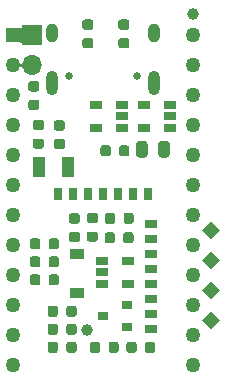
<source format=gbr>
G04 #@! TF.GenerationSoftware,KiCad,Pcbnew,(5.1.9)-1*
G04 #@! TF.CreationDate,2021-01-24T00:06:14-06:00*
G04 #@! TF.ProjectId,BlueMicro840,426c7565-4d69-4637-926f-3834302e6b69,rev?*
G04 #@! TF.SameCoordinates,Original*
G04 #@! TF.FileFunction,Soldermask,Top*
G04 #@! TF.FilePolarity,Negative*
%FSLAX46Y46*%
G04 Gerber Fmt 4.6, Leading zero omitted, Abs format (unit mm)*
G04 Created by KiCad (PCBNEW (5.1.9)-1) date 2021-01-24 00:06:14*
%MOMM*%
%LPD*%
G01*
G04 APERTURE LIST*
%ADD10R,1.000000X0.650000*%
%ADD11R,0.650000X1.000000*%
%ADD12R,1.000000X1.800000*%
%ADD13R,1.060000X0.650000*%
%ADD14R,1.200000X0.900000*%
%ADD15R,0.900000X0.800000*%
%ADD16C,1.000000*%
%ADD17C,1.270000*%
%ADD18R,1.250000X1.250000*%
%ADD19C,0.100000*%
%ADD20O,1.000000X1.600000*%
%ADD21O,1.000000X2.100000*%
%ADD22C,0.650000*%
%ADD23R,1.700000X1.700000*%
%ADD24O,1.700000X1.700000*%
G04 APERTURE END LIST*
D10*
X107842533Y-128354775D03*
X107842533Y-129624775D03*
X107842533Y-130894775D03*
X107842533Y-132164775D03*
X107842533Y-133434775D03*
X107842533Y-134704775D03*
X107842533Y-135974775D03*
X107842533Y-137244775D03*
D11*
X101238533Y-125814775D03*
X99968533Y-125814775D03*
X105048533Y-125814775D03*
X102508533Y-125814775D03*
X106318533Y-125814775D03*
X107588533Y-125814775D03*
X103778533Y-125814775D03*
G36*
G01*
X101572033Y-138512525D02*
X101572033Y-139025025D01*
G75*
G02*
X101353283Y-139243775I-218750J0D01*
G01*
X100915783Y-139243775D01*
G75*
G02*
X100697033Y-139025025I0J218750D01*
G01*
X100697033Y-138512525D01*
G75*
G02*
X100915783Y-138293775I218750J0D01*
G01*
X101353283Y-138293775D01*
G75*
G02*
X101572033Y-138512525I0J-218750D01*
G01*
G37*
G36*
G01*
X99997033Y-138512525D02*
X99997033Y-139025025D01*
G75*
G02*
X99778283Y-139243775I-218750J0D01*
G01*
X99340783Y-139243775D01*
G75*
G02*
X99122033Y-139025025I0J218750D01*
G01*
X99122033Y-138512525D01*
G75*
G02*
X99340783Y-138293775I218750J0D01*
G01*
X99778283Y-138293775D01*
G75*
G02*
X99997033Y-138512525I0J-218750D01*
G01*
G37*
G36*
G01*
X103973533Y-128103025D02*
X103973533Y-127590525D01*
G75*
G02*
X104192283Y-127371775I218750J0D01*
G01*
X104629783Y-127371775D01*
G75*
G02*
X104848533Y-127590525I0J-218750D01*
G01*
X104848533Y-128103025D01*
G75*
G02*
X104629783Y-128321775I-218750J0D01*
G01*
X104192283Y-128321775D01*
G75*
G02*
X103973533Y-128103025I0J218750D01*
G01*
G37*
G36*
G01*
X105548533Y-128103025D02*
X105548533Y-127590525D01*
G75*
G02*
X105767283Y-127371775I218750J0D01*
G01*
X106204783Y-127371775D01*
G75*
G02*
X106423533Y-127590525I0J-218750D01*
G01*
X106423533Y-128103025D01*
G75*
G02*
X106204783Y-128321775I-218750J0D01*
G01*
X105767283Y-128321775D01*
G75*
G02*
X105548533Y-128103025I0J218750D01*
G01*
G37*
D12*
X98360533Y-123528775D03*
X100860533Y-123528775D03*
D13*
X107273533Y-120160775D03*
X107273533Y-118260775D03*
X109473533Y-118260775D03*
X109473533Y-119210775D03*
X109473533Y-120160775D03*
X103717533Y-131468775D03*
X103717533Y-132418775D03*
X103717533Y-133368775D03*
X105917533Y-133368775D03*
X105917533Y-131468775D03*
G36*
G01*
X105777034Y-139025025D02*
X105777034Y-138512525D01*
G75*
G02*
X105995784Y-138293775I218750J0D01*
G01*
X106433284Y-138293775D01*
G75*
G02*
X106652034Y-138512525I0J-218750D01*
G01*
X106652034Y-139025025D01*
G75*
G02*
X106433284Y-139243775I-218750J0D01*
G01*
X105995784Y-139243775D01*
G75*
G02*
X105777034Y-139025025I0J218750D01*
G01*
G37*
G36*
G01*
X107352034Y-139025025D02*
X107352034Y-138512525D01*
G75*
G02*
X107570784Y-138293775I218750J0D01*
G01*
X108008284Y-138293775D01*
G75*
G02*
X108227034Y-138512525I0J-218750D01*
G01*
X108227034Y-139025025D01*
G75*
G02*
X108008284Y-139243775I-218750J0D01*
G01*
X107570784Y-139243775D01*
G75*
G02*
X107352034Y-139025025I0J218750D01*
G01*
G37*
G36*
G01*
X98596783Y-121959775D02*
X98084283Y-121959775D01*
G75*
G02*
X97865533Y-121741025I0J218750D01*
G01*
X97865533Y-121303525D01*
G75*
G02*
X98084283Y-121084775I218750J0D01*
G01*
X98596783Y-121084775D01*
G75*
G02*
X98815533Y-121303525I0J-218750D01*
G01*
X98815533Y-121741025D01*
G75*
G02*
X98596783Y-121959775I-218750J0D01*
G01*
G37*
G36*
G01*
X98596783Y-120384775D02*
X98084283Y-120384775D01*
G75*
G02*
X97865533Y-120166025I0J218750D01*
G01*
X97865533Y-119728525D01*
G75*
G02*
X98084283Y-119509775I218750J0D01*
G01*
X98596783Y-119509775D01*
G75*
G02*
X98815533Y-119728525I0J-218750D01*
G01*
X98815533Y-120166025D01*
G75*
G02*
X98596783Y-120384775I-218750J0D01*
G01*
G37*
G36*
G01*
X99862283Y-119535276D02*
X100374783Y-119535276D01*
G75*
G02*
X100593533Y-119754026I0J-218750D01*
G01*
X100593533Y-120191526D01*
G75*
G02*
X100374783Y-120410276I-218750J0D01*
G01*
X99862283Y-120410276D01*
G75*
G02*
X99643533Y-120191526I0J218750D01*
G01*
X99643533Y-119754026D01*
G75*
G02*
X99862283Y-119535276I218750J0D01*
G01*
G37*
G36*
G01*
X99862283Y-121110276D02*
X100374783Y-121110276D01*
G75*
G02*
X100593533Y-121329026I0J-218750D01*
G01*
X100593533Y-121766526D01*
G75*
G02*
X100374783Y-121985276I-218750J0D01*
G01*
X99862283Y-121985276D01*
G75*
G02*
X99643533Y-121766526I0J218750D01*
G01*
X99643533Y-121329026D01*
G75*
G02*
X99862283Y-121110276I218750J0D01*
G01*
G37*
G36*
G01*
X97703283Y-116233275D02*
X98215783Y-116233275D01*
G75*
G02*
X98434533Y-116452025I0J-218750D01*
G01*
X98434533Y-116889525D01*
G75*
G02*
X98215783Y-117108275I-218750J0D01*
G01*
X97703283Y-117108275D01*
G75*
G02*
X97484533Y-116889525I0J218750D01*
G01*
X97484533Y-116452025D01*
G75*
G02*
X97703283Y-116233275I218750J0D01*
G01*
G37*
G36*
G01*
X97703283Y-117808275D02*
X98215783Y-117808275D01*
G75*
G02*
X98434533Y-118027025I0J-218750D01*
G01*
X98434533Y-118464525D01*
G75*
G02*
X98215783Y-118683275I-218750J0D01*
G01*
X97703283Y-118683275D01*
G75*
G02*
X97484533Y-118464525I0J218750D01*
G01*
X97484533Y-118027025D01*
G75*
G02*
X97703283Y-117808275I218750J0D01*
G01*
G37*
G36*
G01*
X99997033Y-135464525D02*
X99997033Y-135977025D01*
G75*
G02*
X99778283Y-136195775I-218750J0D01*
G01*
X99340783Y-136195775D01*
G75*
G02*
X99122033Y-135977025I0J218750D01*
G01*
X99122033Y-135464525D01*
G75*
G02*
X99340783Y-135245775I218750J0D01*
G01*
X99778283Y-135245775D01*
G75*
G02*
X99997033Y-135464525I0J-218750D01*
G01*
G37*
G36*
G01*
X101572033Y-135464525D02*
X101572033Y-135977025D01*
G75*
G02*
X101353283Y-136195775I-218750J0D01*
G01*
X100915783Y-136195775D01*
G75*
G02*
X100697033Y-135977025I0J218750D01*
G01*
X100697033Y-135464525D01*
G75*
G02*
X100915783Y-135245775I218750J0D01*
G01*
X101353283Y-135245775D01*
G75*
G02*
X101572033Y-135464525I0J-218750D01*
G01*
G37*
G36*
G01*
X105167533Y-122388025D02*
X105167533Y-121875525D01*
G75*
G02*
X105386283Y-121656775I218750J0D01*
G01*
X105823783Y-121656775D01*
G75*
G02*
X106042533Y-121875525I0J-218750D01*
G01*
X106042533Y-122388025D01*
G75*
G02*
X105823783Y-122606775I-218750J0D01*
G01*
X105386283Y-122606775D01*
G75*
G02*
X105167533Y-122388025I0J218750D01*
G01*
G37*
G36*
G01*
X103592533Y-122388025D02*
X103592533Y-121875525D01*
G75*
G02*
X103811283Y-121656775I218750J0D01*
G01*
X104248783Y-121656775D01*
G75*
G02*
X104467533Y-121875525I0J-218750D01*
G01*
X104467533Y-122388025D01*
G75*
G02*
X104248783Y-122606775I-218750J0D01*
G01*
X103811283Y-122606775D01*
G75*
G02*
X103592533Y-122388025I0J218750D01*
G01*
G37*
G36*
G01*
X99198533Y-131786025D02*
X99198533Y-131273525D01*
G75*
G02*
X99417283Y-131054775I218750J0D01*
G01*
X99854783Y-131054775D01*
G75*
G02*
X100073533Y-131273525I0J-218750D01*
G01*
X100073533Y-131786025D01*
G75*
G02*
X99854783Y-132004775I-218750J0D01*
G01*
X99417283Y-132004775D01*
G75*
G02*
X99198533Y-131786025I0J218750D01*
G01*
G37*
G36*
G01*
X97623533Y-131786025D02*
X97623533Y-131273525D01*
G75*
G02*
X97842283Y-131054775I218750J0D01*
G01*
X98279783Y-131054775D01*
G75*
G02*
X98498533Y-131273525I0J-218750D01*
G01*
X98498533Y-131786025D01*
G75*
G02*
X98279783Y-132004775I-218750J0D01*
G01*
X97842283Y-132004775D01*
G75*
G02*
X97623533Y-131786025I0J218750D01*
G01*
G37*
G36*
G01*
X105523033Y-129754025D02*
X105523033Y-129241525D01*
G75*
G02*
X105741783Y-129022775I218750J0D01*
G01*
X106179283Y-129022775D01*
G75*
G02*
X106398033Y-129241525I0J-218750D01*
G01*
X106398033Y-129754025D01*
G75*
G02*
X106179283Y-129972775I-218750J0D01*
G01*
X105741783Y-129972775D01*
G75*
G02*
X105523033Y-129754025I0J218750D01*
G01*
G37*
G36*
G01*
X103948033Y-129754025D02*
X103948033Y-129241525D01*
G75*
G02*
X104166783Y-129022775I218750J0D01*
G01*
X104604283Y-129022775D01*
G75*
G02*
X104823033Y-129241525I0J-218750D01*
G01*
X104823033Y-129754025D01*
G75*
G02*
X104604283Y-129972775I-218750J0D01*
G01*
X104166783Y-129972775D01*
G75*
G02*
X103948033Y-129754025I0J218750D01*
G01*
G37*
G36*
G01*
X103168783Y-128258775D02*
X102656283Y-128258775D01*
G75*
G02*
X102437533Y-128040025I0J218750D01*
G01*
X102437533Y-127602525D01*
G75*
G02*
X102656283Y-127383775I218750J0D01*
G01*
X103168783Y-127383775D01*
G75*
G02*
X103387533Y-127602525I0J-218750D01*
G01*
X103387533Y-128040025D01*
G75*
G02*
X103168783Y-128258775I-218750J0D01*
G01*
G37*
G36*
G01*
X103168783Y-129833775D02*
X102656283Y-129833775D01*
G75*
G02*
X102437533Y-129615025I0J218750D01*
G01*
X102437533Y-129177525D01*
G75*
G02*
X102656283Y-128958775I218750J0D01*
G01*
X103168783Y-128958775D01*
G75*
G02*
X103387533Y-129177525I0J-218750D01*
G01*
X103387533Y-129615025D01*
G75*
G02*
X103168783Y-129833775I-218750J0D01*
G01*
G37*
G36*
G01*
X101644783Y-129859281D02*
X101132283Y-129859281D01*
G75*
G02*
X100913533Y-129640531I0J218750D01*
G01*
X100913533Y-129203031D01*
G75*
G02*
X101132283Y-128984281I218750J0D01*
G01*
X101644783Y-128984281D01*
G75*
G02*
X101863533Y-129203031I0J-218750D01*
G01*
X101863533Y-129640531D01*
G75*
G02*
X101644783Y-129859281I-218750J0D01*
G01*
G37*
G36*
G01*
X101644783Y-128284281D02*
X101132283Y-128284281D01*
G75*
G02*
X100913533Y-128065531I0J218750D01*
G01*
X100913533Y-127628031D01*
G75*
G02*
X101132283Y-127409281I218750J0D01*
G01*
X101644783Y-127409281D01*
G75*
G02*
X101863533Y-127628031I0J-218750D01*
G01*
X101863533Y-128065531D01*
G75*
G02*
X101644783Y-128284281I-218750J0D01*
G01*
G37*
G36*
G01*
X100073533Y-129749525D02*
X100073533Y-130262025D01*
G75*
G02*
X99854783Y-130480775I-218750J0D01*
G01*
X99417283Y-130480775D01*
G75*
G02*
X99198533Y-130262025I0J218750D01*
G01*
X99198533Y-129749525D01*
G75*
G02*
X99417283Y-129530775I218750J0D01*
G01*
X99854783Y-129530775D01*
G75*
G02*
X100073533Y-129749525I0J-218750D01*
G01*
G37*
G36*
G01*
X98498533Y-129749525D02*
X98498533Y-130262025D01*
G75*
G02*
X98279783Y-130480775I-218750J0D01*
G01*
X97842283Y-130480775D01*
G75*
G02*
X97623533Y-130262025I0J218750D01*
G01*
X97623533Y-129749525D01*
G75*
G02*
X97842283Y-129530775I218750J0D01*
G01*
X98279783Y-129530775D01*
G75*
G02*
X98498533Y-129749525I0J-218750D01*
G01*
G37*
G36*
G01*
X99997033Y-136988525D02*
X99997033Y-137501025D01*
G75*
G02*
X99778283Y-137719775I-218750J0D01*
G01*
X99340783Y-137719775D01*
G75*
G02*
X99122033Y-137501025I0J218750D01*
G01*
X99122033Y-136988525D01*
G75*
G02*
X99340783Y-136769775I218750J0D01*
G01*
X99778283Y-136769775D01*
G75*
G02*
X99997033Y-136988525I0J-218750D01*
G01*
G37*
G36*
G01*
X101572033Y-136988525D02*
X101572033Y-137501025D01*
G75*
G02*
X101353283Y-137719775I-218750J0D01*
G01*
X100915783Y-137719775D01*
G75*
G02*
X100697033Y-137501025I0J218750D01*
G01*
X100697033Y-136988525D01*
G75*
G02*
X100915783Y-136769775I218750J0D01*
G01*
X101353283Y-136769775D01*
G75*
G02*
X101572033Y-136988525I0J-218750D01*
G01*
G37*
G36*
G01*
X97623533Y-133310025D02*
X97623533Y-132797525D01*
G75*
G02*
X97842283Y-132578775I218750J0D01*
G01*
X98279783Y-132578775D01*
G75*
G02*
X98498533Y-132797525I0J-218750D01*
G01*
X98498533Y-133310025D01*
G75*
G02*
X98279783Y-133528775I-218750J0D01*
G01*
X97842283Y-133528775D01*
G75*
G02*
X97623533Y-133310025I0J218750D01*
G01*
G37*
G36*
G01*
X99198533Y-133310025D02*
X99198533Y-132797525D01*
G75*
G02*
X99417283Y-132578775I218750J0D01*
G01*
X99854783Y-132578775D01*
G75*
G02*
X100073533Y-132797525I0J-218750D01*
G01*
X100073533Y-133310025D01*
G75*
G02*
X99854783Y-133528775I-218750J0D01*
G01*
X99417283Y-133528775D01*
G75*
G02*
X99198533Y-133310025I0J218750D01*
G01*
G37*
G36*
G01*
X105153533Y-138512525D02*
X105153533Y-139025025D01*
G75*
G02*
X104934783Y-139243775I-218750J0D01*
G01*
X104497283Y-139243775D01*
G75*
G02*
X104278533Y-139025025I0J218750D01*
G01*
X104278533Y-138512525D01*
G75*
G02*
X104497283Y-138293775I218750J0D01*
G01*
X104934783Y-138293775D01*
G75*
G02*
X105153533Y-138512525I0J-218750D01*
G01*
G37*
G36*
G01*
X103578533Y-138512525D02*
X103578533Y-139025025D01*
G75*
G02*
X103359783Y-139243775I-218750J0D01*
G01*
X102922283Y-139243775D01*
G75*
G02*
X102703533Y-139025025I0J218750D01*
G01*
X102703533Y-138512525D01*
G75*
G02*
X102922283Y-138293775I218750J0D01*
G01*
X103359783Y-138293775D01*
G75*
G02*
X103578533Y-138512525I0J-218750D01*
G01*
G37*
D14*
X101642533Y-134196775D03*
X101642533Y-130896775D03*
D15*
X105817533Y-137051775D03*
X105817533Y-135151775D03*
X103817533Y-136101775D03*
D16*
X102461533Y-137312775D03*
X111421533Y-110574775D03*
G36*
G01*
X109466033Y-121548525D02*
X109466033Y-122461025D01*
G75*
G02*
X109222283Y-122704775I-243750J0D01*
G01*
X108734783Y-122704775D01*
G75*
G02*
X108491033Y-122461025I0J243750D01*
G01*
X108491033Y-121548525D01*
G75*
G02*
X108734783Y-121304775I243750J0D01*
G01*
X109222283Y-121304775D01*
G75*
G02*
X109466033Y-121548525I0J-243750D01*
G01*
G37*
G36*
G01*
X107591033Y-121548525D02*
X107591033Y-122461025D01*
G75*
G02*
X107347283Y-122704775I-243750J0D01*
G01*
X106859783Y-122704775D01*
G75*
G02*
X106616033Y-122461025I0J243750D01*
G01*
X106616033Y-121548525D01*
G75*
G02*
X106859783Y-121304775I243750J0D01*
G01*
X107347283Y-121304775D01*
G75*
G02*
X107591033Y-121548525I0J-243750D01*
G01*
G37*
D17*
X111421533Y-112352775D03*
X111421533Y-114892775D03*
X111421533Y-117432775D03*
X111421533Y-119972775D03*
X111421533Y-122512775D03*
X111421533Y-125052775D03*
X111421533Y-127592775D03*
X111421533Y-130132775D03*
X111421533Y-132672775D03*
X111421533Y-135212775D03*
X111421533Y-137752775D03*
X111421533Y-140292775D03*
X96181533Y-140292775D03*
X96181533Y-137752775D03*
X96181533Y-135212775D03*
X96181533Y-132672775D03*
X96181533Y-130132775D03*
X96181533Y-127592775D03*
X96181533Y-125052775D03*
X96181533Y-122512775D03*
X96181533Y-119972775D03*
X96181533Y-117432775D03*
X96181533Y-114892775D03*
D18*
X96181533Y-112352775D03*
D19*
G36*
X112945533Y-134720592D02*
G01*
X112167716Y-133942775D01*
X112945533Y-133164958D01*
X113723350Y-133942775D01*
X112945533Y-134720592D01*
G37*
G36*
X112945533Y-137260592D02*
G01*
X112167716Y-136482775D01*
X112945533Y-135704958D01*
X113723350Y-136482775D01*
X112945533Y-137260592D01*
G37*
G36*
X112945533Y-129640592D02*
G01*
X112167716Y-128862775D01*
X112945533Y-128084958D01*
X113723350Y-128862775D01*
X112945533Y-129640592D01*
G37*
G36*
X112945533Y-132180592D02*
G01*
X112167716Y-131402775D01*
X112945533Y-130624958D01*
X113723350Y-131402775D01*
X112945533Y-132180592D01*
G37*
D20*
X108121533Y-112162775D03*
X99481533Y-112162775D03*
D21*
X108121533Y-116342775D03*
X99481533Y-116342775D03*
D22*
X100911533Y-115812775D03*
X106691533Y-115812775D03*
G36*
G01*
X105835783Y-113450775D02*
X105323283Y-113450775D01*
G75*
G02*
X105104533Y-113232025I0J218750D01*
G01*
X105104533Y-112794525D01*
G75*
G02*
X105323283Y-112575775I218750J0D01*
G01*
X105835783Y-112575775D01*
G75*
G02*
X106054533Y-112794525I0J-218750D01*
G01*
X106054533Y-113232025D01*
G75*
G02*
X105835783Y-113450775I-218750J0D01*
G01*
G37*
G36*
G01*
X105835783Y-111875775D02*
X105323283Y-111875775D01*
G75*
G02*
X105104533Y-111657025I0J218750D01*
G01*
X105104533Y-111219525D01*
G75*
G02*
X105323283Y-111000775I218750J0D01*
G01*
X105835783Y-111000775D01*
G75*
G02*
X106054533Y-111219525I0J-218750D01*
G01*
X106054533Y-111657025D01*
G75*
G02*
X105835783Y-111875775I-218750J0D01*
G01*
G37*
G36*
G01*
X102787783Y-111875775D02*
X102275283Y-111875775D01*
G75*
G02*
X102056533Y-111657025I0J218750D01*
G01*
X102056533Y-111219525D01*
G75*
G02*
X102275283Y-111000775I218750J0D01*
G01*
X102787783Y-111000775D01*
G75*
G02*
X103006533Y-111219525I0J-218750D01*
G01*
X103006533Y-111657025D01*
G75*
G02*
X102787783Y-111875775I-218750J0D01*
G01*
G37*
G36*
G01*
X102787783Y-113450775D02*
X102275283Y-113450775D01*
G75*
G02*
X102056533Y-113232025I0J218750D01*
G01*
X102056533Y-112794525D01*
G75*
G02*
X102275283Y-112575775I218750J0D01*
G01*
X102787783Y-112575775D01*
G75*
G02*
X103006533Y-112794525I0J-218750D01*
G01*
X103006533Y-113232025D01*
G75*
G02*
X102787783Y-113450775I-218750J0D01*
G01*
G37*
D13*
X105409533Y-120160775D03*
X105409533Y-119210775D03*
X105409533Y-118260775D03*
X103209533Y-118260775D03*
X103209533Y-120160775D03*
D23*
X97832533Y-112352775D03*
D24*
X97832533Y-114892775D03*
D19*
G36*
X97016420Y-114665651D02*
G01*
X97016922Y-114667408D01*
X96988626Y-114809659D01*
X96988626Y-114975891D01*
X97016922Y-115118142D01*
X97016279Y-115120036D01*
X97014317Y-115120426D01*
X97013046Y-115119113D01*
X97007771Y-115101724D01*
X96996406Y-115080460D01*
X96981111Y-115061823D01*
X96962474Y-115046528D01*
X96941210Y-115035163D01*
X96918135Y-115028163D01*
X96894144Y-115025800D01*
X96870153Y-115028163D01*
X96847078Y-115035163D01*
X96825814Y-115046528D01*
X96807177Y-115061823D01*
X96791882Y-115080460D01*
X96783319Y-115096482D01*
X96781620Y-115097538D01*
X96779857Y-115096595D01*
X96779707Y-115094774D01*
X96787266Y-115076524D01*
X96811475Y-114954817D01*
X96811475Y-114830733D01*
X96787266Y-114709026D01*
X96779707Y-114690776D01*
X96779968Y-114688793D01*
X96781816Y-114688028D01*
X96783319Y-114689068D01*
X96791882Y-114705090D01*
X96807178Y-114723727D01*
X96825815Y-114739022D01*
X96847078Y-114750387D01*
X96870153Y-114757387D01*
X96894144Y-114759750D01*
X96918135Y-114757387D01*
X96941210Y-114750387D01*
X96962474Y-114739022D01*
X96981111Y-114723726D01*
X96996406Y-114705089D01*
X97007771Y-114683826D01*
X97013046Y-114666437D01*
X97014506Y-114665070D01*
X97016420Y-114665651D01*
G37*
G36*
X96983698Y-111601150D02*
G01*
X96984533Y-111602776D01*
X96984533Y-113102774D01*
X96983533Y-113104506D01*
X96981533Y-113104506D01*
X96980543Y-113102970D01*
X96978161Y-113078783D01*
X96971161Y-113055708D01*
X96959796Y-113034444D01*
X96944501Y-113015807D01*
X96925864Y-113000512D01*
X96904600Y-112989147D01*
X96881525Y-112982147D01*
X96857440Y-112979775D01*
X96806533Y-112979775D01*
X96804801Y-112978775D01*
X96804533Y-112977775D01*
X96804533Y-111727775D01*
X96805533Y-111726043D01*
X96806533Y-111725775D01*
X96857440Y-111725775D01*
X96881525Y-111723403D01*
X96904600Y-111716403D01*
X96925864Y-111705038D01*
X96944501Y-111689743D01*
X96959796Y-111671106D01*
X96971161Y-111649842D01*
X96978161Y-111626767D01*
X96980543Y-111602580D01*
X96981708Y-111600954D01*
X96983698Y-111601150D01*
G37*
M02*

</source>
